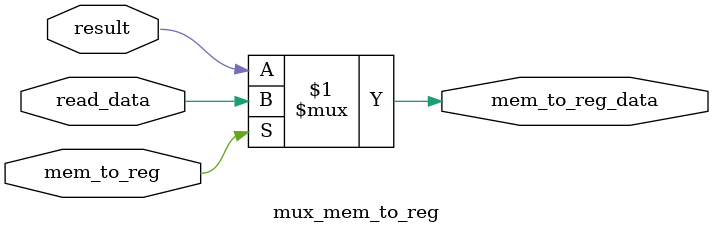
<source format=v>
`timescale 1ns / 1ps


module mux_mem_to_reg(
input       read_data,
input       result,
input       mem_to_reg,
output      mem_to_reg_data
);

assign mem_to_reg_data = mem_to_reg ?   read_data: result;

endmodule

</source>
